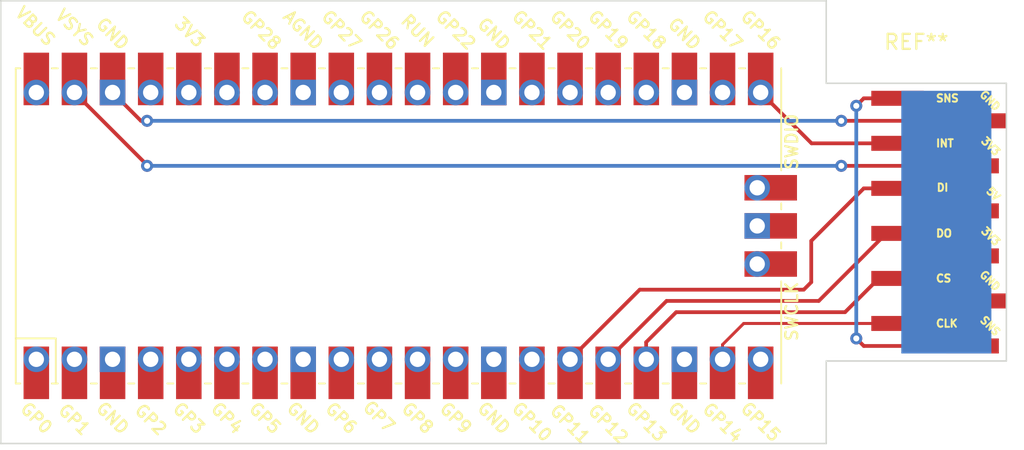
<source format=kicad_pcb>
(kicad_pcb (version 20211014) (generator pcbnew)
  (layers (0 "F.Cu" signal) (31 "B.Cu" signal) (34 "B.Paste" user) (35 "F.Paste" user) (36 "B.SilkS" user "B.Silkscreen") (37 "F.SilkS" user "F.Silkscreen") (38 "B.Mask" user) (39 "F.Mask" user) (44 "Edge.Cuts" user))
  (net 0 "")
  (footprint "MCU_RaspberryPi_and_Boards:RPi_Pico_SMD_TH" (layer "F.Cu") (at 129.5 89 90)
    (fp_text reference "REF**" hide)
    (fp_text value "RPi_Pico_SMD_TH")
    (fp_text user "AGND" (at 13.054 -6.35 135) (layer "F.SilkS") (effects (font (size 0.8 0.8))))
    (fp_text user "GP21" (at 13.054 8.9 135) (layer "F.SilkS") (effects (font (size 0.8 0.8))))
    (fp_text user "GP15" (at -13.054 24.13 135) (layer "F.SilkS") (effects (font (size 0.8 0.8))))
    (fp_text user "GP11" (at -13.2 11.43 135) (layer "F.SilkS") (effects (font (size 0.8 0.8))))
    (fp_text user "GND" (at -12.8 -19.05 135) (layer "F.SilkS") (effects (font (size 0.8 0.8))))
    (fp_text user "GND" (at 12.8 6.35 135) (layer "F.SilkS") (effects (font (size 0.8 0.8))))
    (fp_text user "GP6" (at -12.8 -3.81 135) (layer "F.SilkS") (effects (font (size 0.8 0.8))))
    (fp_text user "SWCLK" (at -5.7 26.2 90) (layer "F.SilkS") (effects (font (size 0.8 0.8))))
    (fp_text user "GND" (at -12.8 -6.35 135) (layer "F.SilkS") (effects (font (size 0.8 0.8))))
    (fp_text user "GND" (at 12.8 -19.05 135) (layer "F.SilkS") (effects (font (size 0.8 0.8))))
    (fp_text user "GP28" (at 13.054 -9.144 135) (layer "F.SilkS") (effects (font (size 0.8 0.8))))
    (fp_text user "GP18" (at 13.054 16.51 135) (layer "F.SilkS") (effects (font (size 0.8 0.8))))
    (fp_text user "GP20" (at 13.054 11.43 135) (layer "F.SilkS") (effects (font (size 0.8 0.8))))
    (fp_text user "GP16" (at 13.054 24.13 135) (layer "F.SilkS") (effects (font (size 0.8 0.8))))
    (fp_text user "GP0" (at -12.8 -24.13 135) (layer "F.SilkS") (effects (font (size 0.8 0.8))))
    (fp_text user "GP27" (at 13.054 -3.8 135) (layer "F.SilkS") (effects (font (size 0.8 0.8))))
    (fp_text user "GND" (at -12.8 19.05 135) (layer "F.SilkS") (effects (font (size 0.8 0.8))))
    (fp_text user "GP19" (at 13.054 13.97 135) (layer "F.SilkS") (effects (font (size 0.8 0.8))))
    (fp_text user "VSYS" (at 13.2 -21.59 135) (layer "F.SilkS") (effects (font (size 0.8 0.8))))
    (fp_text user "GP17" (at 13.054 21.59 135) (layer "F.SilkS") (effects (font (size 0.8 0.8))))
    (fp_text user "SWDIO" (at 5.6 26.2 90) (layer "F.SilkS") (effects (font (size 0.8 0.8))))
    (fp_text user "GP9" (at -12.8 3.81 135) (layer "F.SilkS") (effects (font (size 0.8 0.8))))
    (fp_text user "VBUS" (at 13.3 -24.2 135) (layer "F.SilkS") (effects (font (size 0.8 0.8))))
    (fp_text user "GP26" (at 13.054 -1.27 135) (layer "F.SilkS") (effects (font (size 0.8 0.8))))
    (fp_text user "GP14" (at -13.1 21.59 135) (layer "F.SilkS") (effects (font (size 0.8 0.8))))
    (fp_text user "RUN" (at 13 1.27 135) (layer "F.SilkS") (effects (font (size 0.8 0.8))))
    (fp_text user "GP3" (at -12.8 -13.97 135) (layer "F.SilkS") (effects (font (size 0.8 0.8))))
    (fp_text user "GP13" (at -13.054 16.51 135) (layer "F.SilkS") (effects (font (size 0.8 0.8))))
    (fp_text user "3V3" (at 12.9 -13.9 135) (layer "F.SilkS") (effects (font (size 0.8 0.8))))
    (fp_text user "GND" (at -12.8 6.35 135) (layer "F.SilkS") (effects (font (size 0.8 0.8))))
    (fp_text user "GND" (at 12.8 19.05 135) (layer "F.SilkS") (effects (font (size 0.8 0.8))))
    (fp_text user "GP8" (at -12.8 1.27 135) (layer "F.SilkS") (effects (font (size 0.8 0.8))))
    (fp_text user "GP12" (at -13.2 13.97 135) (layer "F.SilkS") (effects (font (size 0.8 0.8))))
    (fp_text user "GP4" (at -12.8 -11.43 135) (layer "F.SilkS") (effects (font (size 0.8 0.8))))
    (fp_text user "GP10" (at -13.054 8.89 135) (layer "F.SilkS") (effects (font (size 0.8 0.8))))
    (fp_text user "GP22" (at 13.054 3.81 135) (layer "F.SilkS") (effects (font (size 0.8 0.8))))
    (fp_text user "GP2" (at -12.9 -16.51 135) (layer "F.SilkS") (effects (font (size 0.8 0.8))))
    (fp_text user "GP5" (at -12.8 -8.89 135) (layer "F.SilkS") (effects (font (size 0.8 0.8))))
    (fp_text user "GP7" (at -12.7 -1.3 135) (layer "F.SilkS") (effects (font (size 0.8 0.8))))
    (fp_text user "GP1" (at -12.9 -21.6 135) (layer "F.SilkS") (effects (font (size 0.8 0.8))))
    (fp_line (start -10.5 -25.5) (end -10.5 -25.2) (layer "F.SilkS") (width 0.12))
    (fp_line (start 10.5 4.9) (end 10.5 5.3) (layer "F.SilkS") (width 0.12))
    (fp_line (start -10.5 15.1) (end -10.5 15.5) (layer "F.SilkS") (width 0.12))
    (fp_line (start -10.5 12.5) (end -10.5 12.9) (layer "F.SilkS") (width 0.12))
    (fp_line (start 10.5 -0.2) (end 10.5 0.2) (layer "F.SilkS") (width 0.12))
    (fp_line (start 10.5 -18) (end 10.5 -17.6) (layer "F.SilkS") (width 0.12))
    (fp_line (start 10.5 -20.5) (end 10.5 -20.1) (layer "F.SilkS") (width 0.12))
    (fp_line (start -10.5 -18) (end -10.5 -17.6) (layer "F.SilkS") (width 0.12))
    (fp_line (start -3.7 25.5) (end -10.5 25.5) (layer "F.SilkS") (width 0.12))
    (fp_line (start -10.5 4.9) (end -10.5 5.3) (layer "F.SilkS") (width 0.12))
    (fp_line (start -10.5 -15.4) (end -10.5 -15) (layer "F.SilkS") (width 0.12))
    (fp_line (start 10.5 -25.5) (end 10.5 -25.2) (layer "F.SilkS") (width 0.12))
    (fp_line (start 10.5 -12.9) (end 10.5 -12.5) (layer "F.SilkS") (width 0.12))
    (fp_line (start 1.1 25.5) (end 1.5 25.5) (layer "F.SilkS") (width 0.12))
    (fp_line (start 10.5 7.4) (end 10.5 7.8) (layer "F.SilkS") (width 0.12))
    (fp_line (start -10.5 -25.5) (end 10.5 -25.5) (layer "F.SilkS") (width 0.12))
    (fp_line (start -10.5 -10.4) (end -10.5 -10) (layer "F.SilkS") (width 0.12))
    (fp_line (start -10.5 2.3) (end -10.5 2.7) (layer "F.SilkS") (width 0.12))
    (fp_line (start -10.5 -0.2) (end -10.5 0.2) (layer "F.SilkS") (width 0.12))
    (fp_line (start -10.5 -12.9) (end -10.5 -12.5) (layer "F.SilkS") (width 0.12))
    (fp_line (start 10.5 20.1) (end 10.5 20.5) (layer "F.SilkS") (width 0.12))
    (fp_line (start 10.5 -10.4) (end 10.5 -10) (layer "F.SilkS") (width 0.12))
    (fp_line (start 10.5 -5.3) (end 10.5 -4.9) (layer "F.SilkS") (width 0.12))
    (fp_line (start 10.5 15.1) (end 10.5 15.5) (layer "F.SilkS") (width 0.12))
    (fp_line (start 10.5 22.7) (end 10.5 23.1) (layer "F.SilkS") (width 0.12))
    (fp_line (start 10.5 12.5) (end 10.5 12.9) (layer "F.SilkS") (width 0.12))
    (fp_line (start 10.5 -23.1) (end 10.5 -22.7) (layer "F.SilkS") (width 0.12))
    (fp_line (start -10.5 -2.7) (end -10.5 -2.3) (layer "F.SilkS") (width 0.12))
    (fp_line (start 10.5 -15.4) (end 10.5 -15) (layer "F.SilkS") (width 0.12))
    (fp_line (start -10.5 10) (end -10.5 10.4) (layer "F.SilkS") (width 0.12))
    (fp_line (start -10.5 -22.833) (end -7.493 -22.833) (layer "F.SilkS") (width 0.12))
    (fp_line (start 10.5 2.3) (end 10.5 2.7) (layer "F.SilkS") (width 0.12))
    (fp_line (start -10.5 20.1) (end -10.5 20.5) (layer "F.SilkS") (width 0.12))
    (fp_line (start -10.5 7.4) (end -10.5 7.8) (layer "F.SilkS") (width 0.12))
    (fp_line (start 10.5 -2.7) (end 10.5 -2.3) (layer "F.SilkS") (width 0.12))
    (fp_line (start 10.5 -7.8) (end 10.5 -7.4) (layer "F.SilkS") (width 0.12))
    (fp_line (start -10.5 -7.8) (end -10.5 -7.4) (layer "F.SilkS") (width 0.12))
    (fp_line (start -10.5 -20.5) (end -10.5 -20.1) (layer "F.SilkS") (width 0.12))
    (fp_line (start -1.5 25.5) (end -1.1 25.5) (layer "F.SilkS") (width 0.12))
    (fp_line (start -7.493 -22.833) (end -7.493 -25.5) (layer "F.SilkS") (width 0.12))
    (fp_line (start 10.5 17.6) (end 10.5 18) (layer "F.SilkS") (width 0.12))
    (fp_line (start -10.5 -5.3) (end -10.5 -4.9) (layer "F.SilkS") (width 0.12))
    (fp_line (start -10.5 -23.1) (end -10.5 -22.7) (layer "F.SilkS") (width 0.12))
    (fp_line (start 10.5 10) (end 10.5 10.4) (layer "F.SilkS") (width 0.12))
    (fp_line (start -10.5 17.6) (end -10.5 18) (layer "F.SilkS") (width 0.12))
    (fp_line (start -10.5 22.7) (end -10.5 23.1) (layer "F.SilkS") (width 0.12))
    (fp_line (start 10.5 25.5) (end 3.7 25.5) (layer "F.SilkS") (width 0.12))
    (pad "" np_thru_hole oval (at -2.725 -24 90) (size 1.8 1.8) (drill 1.8) (layers *.Cu *.Mask))
    (pad "" np_thru_hole oval (at -2.425 -20.97 90) (size 1.5 1.5) (drill 1.5) (layers *.Cu *.Mask))
    (pad "" np_thru_hole oval (at 2.725 -24 90) (size 1.8 1.8) (drill 1.8) (layers *.Cu *.Mask))
    (pad "" np_thru_hole oval (at 2.425 -20.97 90) (size 1.5 1.5) (drill 1.5) (layers *.Cu *.Mask))
    (pad "1" smd rect (at -8.89 -24.13 90) (size 3.5 1.7) (drill (offset -0.9 0)) (layers "F.Cu" "F.Mask"))
    (pad "1" thru_hole oval (at -8.89 -24.13 90) (size 1.7 1.7) (drill 1.02) (layers *.Cu *.Mask))
    (pad "2" thru_hole oval (at -8.89 -21.59 90) (size 1.7 1.7) (drill 1.02) (layers *.Cu *.Mask))
    (pad "2" smd rect (at -8.89 -21.59 90) (size 3.5 1.7) (drill (offset -0.9 0)) (layers "F.Cu" "F.Mask"))
    (pad "3" smd rect (at -8.89 -19.05 90) (size 3.5 1.7) (drill (offset -0.9 0)) (layers "F.Cu" "F.Mask"))
    (pad "3" thru_hole rect (at -8.89 -19.05 90) (size 1.7 1.7) (drill 1.02) (layers *.Cu *.Mask))
    (pad "4" thru_hole oval (at -8.89 -16.51 90) (size 1.7 1.7) (drill 1.02) (layers *.Cu *.Mask))
    (pad "4" smd rect (at -8.89 -16.51 90) (size 3.5 1.7) (drill (offset -0.9 0)) (layers "F.Cu" "F.Mask"))
    (pad "5" smd rect (at -8.89 -13.97 90) (size 3.5 1.7) (drill (offset -0.9 0)) (layers "F.Cu" "F.Mask"))
    (pad "5" thru_hole oval (at -8.89 -13.97 90) (size 1.7 1.7) (drill 1.02) (layers *.Cu *.Mask))
    (pad "6" smd rect (at -8.89 -11.43 90) (size 3.5 1.7) (drill (offset -0.9 0)) (layers "F.Cu" "F.Mask"))
    (pad "6" thru_hole oval (at -8.89 -11.43 90) (size 1.7 1.7) (drill 1.02) (layers *.Cu *.Mask))
    (pad "7" smd rect (at -8.89 -8.89 90) (size 3.5 1.7) (drill (offset -0.9 0)) (layers "F.Cu" "F.Mask"))
    (pad "7" thru_hole oval (at -8.89 -8.89 90) (size 1.7 1.7) (drill 1.02) (layers *.Cu *.Mask))
    (pad "8" thru_hole rect (at -8.89 -6.35 90) (size 1.7 1.7) (drill 1.02) (layers *.Cu *.Mask))
    (pad "8" smd rect (at -8.89 -6.35 90) (size 3.5 1.7) (drill (offset -0.9 0)) (layers "F.Cu" "F.Mask"))
    (pad "9" smd rect (at -8.89 -3.81 90) (size 3.5 1.7) (drill (offset -0.9 0)) (layers "F.Cu" "F.Mask"))
    (pad "9" thru_hole oval (at -8.89 -3.81 90) (size 1.7 1.7) (drill 1.02) (layers *.Cu *.Mask))
    (pad "10" thru_hole oval (at -8.89 -1.27 90) (size 1.7 1.7) (drill 1.02) (layers *.Cu *.Mask))
    (pad "10" smd rect (at -8.89 -1.27 90) (size 3.5 1.7) (drill (offset -0.9 0)) (layers "F.Cu" "F.Mask"))
    (pad "11" thru_hole oval (at -8.89 1.27 90) (size 1.7 1.7) (drill 1.02) (layers *.Cu *.Mask))
    (pad "11" smd rect (at -8.89 1.27 90) (size 3.5 1.7) (drill (offset -0.9 0)) (layers "F.Cu" "F.Mask"))
    (pad "12" thru_hole oval (at -8.89 3.81 90) (size 1.7 1.7) (drill 1.02) (layers *.Cu *.Mask))
    (pad "12" smd rect (at -8.89 3.81 90) (size 3.5 1.7) (drill (offset -0.9 0)) (layers "F.Cu" "F.Mask"))
    (pad "13" thru_hole rect (at -8.89 6.35 90) (size 1.7 1.7) (drill 1.02) (layers *.Cu *.Mask))
    (pad "13" smd rect (at -8.89 6.35 90) (size 3.5 1.7) (drill (offset -0.9 0)) (layers "F.Cu" "F.Mask"))
    (pad "14" smd rect (at -8.89 8.89 90) (size 3.5 1.7) (drill (offset -0.9 0)) (layers "F.Cu" "F.Mask"))
    (pad "14" thru_hole oval (at -8.89 8.89 90) (size 1.7 1.7) (drill 1.02) (layers *.Cu *.Mask))
    (pad "15" smd rect (at -8.89 11.43 90) (size 3.5 1.7) (drill (offset -0.9 0)) (layers "F.Cu" "F.Mask"))
    (pad "15" thru_hole oval (at -8.89 11.43 90) (size 1.7 1.7) (drill 1.02) (layers *.Cu *.Mask))
    (pad "16" smd rect (at -8.89 13.97 90) (size 3.5 1.7) (drill (offset -0.9 0)) (layers "F.Cu" "F.Mask"))
    (pad "16" thru_hole oval (at -8.89 13.97 90) (size 1.7 1.7) (drill 1.02) (layers *.Cu *.Mask))
    (pad "17" smd rect (at -8.89 16.51 90) (size 3.5 1.7) (drill (offset -0.9 0)) (layers "F.Cu" "F.Mask"))
    (pad "17" thru_hole oval (at -8.89 16.51 90) (size 1.7 1.7) (drill 1.02) (layers *.Cu *.Mask))
    (pad "18" smd rect (at -8.89 19.05 90) (size 3.5 1.7) (drill (offset -0.9 0)) (layers "F.Cu" "F.Mask"))
    (pad "18" thru_hole rect (at -8.89 19.05 90) (size 1.7 1.7) (drill 1.02) (layers *.Cu *.Mask))
    (pad "19" thru_hole oval (at -8.89 21.59 90) (size 1.7 1.7) (drill 1.02) (layers *.Cu *.Mask))
    (pad "19" smd rect (at -8.89 21.59 90) (size 3.5 1.7) (drill (offset -0.9 0)) (layers "F.Cu" "F.Mask"))
    (pad "20" smd rect (at -8.89 24.13 90) (size 3.5 1.7) (drill (offset -0.9 0)) (layers "F.Cu" "F.Mask"))
    (pad "20" thru_hole oval (at -8.89 24.13 90) (size 1.7 1.7) (drill 1.02) (layers *.Cu *.Mask))
    (pad "21" thru_hole oval (at 8.89 24.13 90) (size 1.7 1.7) (drill 1.02) (layers *.Cu *.Mask))
    (pad "21" smd rect (at 8.89 24.13 90) (size 3.5 1.7) (drill (offset 0.9 0)) (layers "F.Cu" "F.Mask"))
    (pad "22" smd rect (at 8.89 21.59 90) (size 3.5 1.7) (drill (offset 0.9 0)) (layers "F.Cu" "F.Mask"))
    (pad "22" thru_hole oval (at 8.89 21.59 90) (size 1.7 1.7) (drill 1.02) (layers *.Cu *.Mask))
    (pad "23" thru_hole rect (at 8.89 19.05 90) (size 1.7 1.7) (drill 1.02) (layers *.Cu *.Mask))
    (pad "23" smd rect (at 8.89 19.05 90) (size 3.5 1.7) (drill (offset 0.9 0)) (layers "F.Cu" "F.Mask"))
    (pad "24" thru_hole oval (at 8.89 16.51 90) (size 1.7 1.7) (drill 1.02) (layers *.Cu *.Mask))
    (pad "24" smd rect (at 8.89 16.51 90) (size 3.5 1.7) (drill (offset 0.9 0)) (layers "F.Cu" "F.Mask"))
    (pad "25" smd rect (at 8.89 13.97 90) (size 3.5 1.7) (drill (offset 0.9 0)) (layers "F.Cu" "F.Mask"))
    (pad "25" thru_hole oval (at 8.89 13.97 90) (size 1.7 1.7) (drill 1.02) (layers *.Cu *.Mask))
    (pad "26" smd rect (at 8.89 11.43 90) (size 3.5 1.7) (drill (offset 0.9 0)) (layers "F.Cu" "F.Mask"))
    (pad "26" thru_hole oval (at 8.89 11.43 90) (size 1.7 1.7) (drill 1.02) (layers *.Cu *.Mask))
    (pad "27" thru_hole oval (at 8.89 8.89 90) (size 1.7 1.7) (drill 1.02) (layers *.Cu *.Mask))
    (pad "27" smd rect (at 8.89 8.89 90) (size 3.5 1.7) (drill (offset 0.9 0)) (layers "F.Cu" "F.Mask"))
    (pad "28" smd rect (at 8.89 6.35 90) (size 3.5 1.7) (drill (offset 0.9 0)) (layers "F.Cu" "F.Mask"))
    (pad "28" thru_hole rect (at 8.89 6.35 90) (size 1.7 1.7) (drill 1.02) (layers *.Cu *.Mask))
    (pad "29" smd rect (at 8.89 3.81 90) (size 3.5 1.7) (drill (offset 0.9 0)) (layers "F.Cu" "F.Mask"))
    (pad "29" thru_hole oval (at 8.89 3.81 90) (size 1.7 1.7) (drill 1.02) (layers *.Cu *.Mask))
    (pad "30" thru_hole oval (at 8.89 1.27 90) (size 1.7 1.7) (drill 1.02) (layers *.Cu *.Mask))
    (pad "30" smd rect (at 8.89 1.27 90) (size 3.5 1.7) (drill (offset 0.9 0)) (layers "F.Cu" "F.Mask"))
    (pad "31" thru_hole oval (at 8.89 -1.27 90) (size 1.7 1.7) (drill 1.02) (layers *.Cu *.Mask))
    (pad "31" smd rect (at 8.89 -1.27 90) (size 3.5 1.7) (drill (offset 0.9 0)) (layers "F.Cu" "F.Mask"))
    (pad "32" thru_hole oval (at 8.89 -3.81 90) (size 1.7 1.7) (drill 1.02) (layers *.Cu *.Mask))
    (pad "32" smd rect (at 8.89 -3.81 90) (size 3.5 1.7) (drill (offset 0.9 0)) (layers "F.Cu" "F.Mask"))
    (pad "33" thru_hole rect (at 8.89 -6.35 90) (size 1.7 1.7) (drill 1.02) (layers *.Cu *.Mask))
    (pad "33" smd rect (at 8.89 -6.35 90) (size 3.5 1.7) (drill (offset 0.9 0)) (layers "F.Cu" "F.Mask"))
    (pad "34" smd rect (at 8.89 -8.89 90) (size 3.5 1.7) (drill (offset 0.9 0)) (layers "F.Cu" "F.Mask"))
    (pad "34" thru_hole oval (at 8.89 -8.89 90) (size 1.7 1.7) (drill 1.02) (layers *.Cu *.Mask))
    (pad "35" thru_hole oval (at 8.89 -11.43 90) (size 1.7 1.7) (drill 1.02) (layers *.Cu *.Mask))
    (pad "35" smd rect (at 8.89 -11.43 90) (size 3.5 1.7) (drill (offset 0.9 0)) (layers "F.Cu" "F.Mask"))
    (pad "36" thru_hole oval (at 8.89 -13.97 90) (size 1.7 1.7) (drill 1.02) (layers *.Cu *.Mask))
    (pad "36" smd rect (at 8.89 -13.97 90) (size 3.5 1.7) (drill (offset 0.9 0)) (layers "F.Cu" "F.Mask"))
    (pad "37" thru_hole oval (at 8.89 -16.51 90) (size 1.7 1.7) (drill 1.02) (layers *.Cu *.Mask))
    (pad "37" smd rect (at 8.89 -16.51 90) (size 3.5 1.7) (drill (offset 0.9 0)) (layers "F.Cu" "F.Mask"))
    (pad "38" thru_hole rect (at 8.89 -19.05 90) (size 1.7 1.7) (drill 1.02) (layers *.Cu *.Mask))
    (pad "38" smd rect (at 8.89 -19.05 90) (size 3.5 1.7) (drill (offset 0.9 0)) (layers "F.Cu" "F.Mask"))
    (pad "39" thru_hole oval (at 8.89 -21.59 90) (size 1.7 1.7) (drill 1.02) (layers *.Cu *.Mask))
    (pad "39" smd rect (at 8.89 -21.59 90) (size 3.5 1.7) (drill (offset 0.9 0)) (layers "F.Cu" "F.Mask"))
    (pad "40" thru_hole oval (at 8.89 -24.13 90) (size 1.7 1.7) (drill 1.02) (layers *.Cu *.Mask))
    (pad "40" smd rect (at 8.89 -24.13 90) (size 3.5 1.7) (drill (offset 0.9 0)) (layers "F.Cu" "F.Mask"))
    (pad "41" smd rect (at -2.54 23.9 180) (size 3.5 1.7) (drill (offset -0.9 0)) (layers "F.Cu" "F.Mask"))
    (pad "41" thru_hole oval (at -2.54 23.9 90) (size 1.7 1.7) (drill 1.02) (layers *.Cu *.Mask))
    (pad "42" thru_hole rect (at 0 23.9 90) (size 1.7 1.7) (drill 1.02) (layers *.Cu *.Mask))
    (pad "42" smd rect (at 0 23.9 180) (size 3.5 1.7) (drill (offset -0.9 0)) (layers "F.Cu" "F.Mask"))
    (pad "43" thru_hole oval (at 2.54 23.9 90) (size 1.7 1.7) (drill 1.02) (layers *.Cu *.Mask))
    (pad "43" smd rect (at 2.54 23.9 180) (size 3.5 1.7) (drill (offset -0.9 0)) (layers "F.Cu" "F.Mask"))
  )
  (footprint "GCN:Memory_Card_Edge" (layer "F.Cu") (at 164 88.75)
    (fp_text reference "REF**" (at 0 -12 unlocked) (layer "F.SilkS"))
    (fp_text value "Memory_Card_Edge")
    (fp_text user "GND" (at 5.5 4.5 -45 unlocked) (layer "F.SilkS") (effects (font (size 0.5 0.5) (thickness 0.125)) (justify right)))
    (fp_text user "3V3" (at 5.5 1.5 -45 unlocked) (layer "F.SilkS") (effects (font (size 0.5 0.5) (thickness 0.125)) (justify right)))
    (fp_text user "INT" (at 1.25 -5.25 unlocked) (layer "F.SilkS") (effects (font (size 0.5 0.5) (thickness 0.125)) (justify left)))
    (fp_text user "3V3" (at 5.5 -4.5 -45 unlocked) (layer "F.SilkS") (effects (font (size 0.5 0.5) (thickness 0.125)) (justify right)))
    (fp_text user "DI" (at 1.296442 -2.302416 unlocked) (layer "F.SilkS") (effects (font (size 0.5 0.5) (thickness 0.125)) (justify left)))
    (fp_text user "CLK" (at 1.25 6.75 unlocked) (layer "F.SilkS") (effects (font (size 0.5 0.5) (thickness 0.125)) (justify left)))
    (fp_text user "DO" (at 1.25 0.75 unlocked) (layer "F.SilkS") (effects (font (size 0.5 0.5) (thickness 0.125)) (justify left)))
    (fp_text user "SNS" (at 5.5 7.5 -45 unlocked) (layer "F.SilkS") (effects (font (size 0.5 0.5) (thickness 0.125)) (justify right)))
    (fp_text user "5V" (at 5.5 -1.5 -45 unlocked) (layer "F.SilkS") (effects (font (size 0.5 0.5) (thickness 0.125)) (justify right)))
    (fp_text user "GND" (at 5.5 -7.5 -45 unlocked) (layer "F.SilkS") (effects (font (size 0.5 0.5) (thickness 0.125)) (justify right)))
    (fp_text user "SNS" (at 1.25 -8.25 unlocked) (layer "F.SilkS") (effects (font (size 0.5 0.5) (thickness 0.125)) (justify left)))
    (fp_text user "CS" (at 1.25 3.75 unlocked) (layer "F.SilkS") (effects (font (size 0.5 0.5) (thickness 0.125)) (justify left)))
    (pad "" connect rect (at 2 0) (size 6 17.5) (layers "B.Cu" "B.Mask"))
    (pad "1" connect rect (at -1.25 -8.25) (size 3.5 1) (layers "F.Cu" "F.Mask"))
    (pad "2" connect rect (at 4 -6.75) (size 4 1) (layers "F.Cu" "F.Mask"))
    (pad "3" connect rect (at -1 -5.25) (size 4 1) (layers "F.Cu" "F.Mask"))
    (pad "4" connect rect (at 3.75 -3.75) (size 3.5 1) (layers "F.Cu" "F.Mask"))
    (pad "5" connect rect (at -1 -2.25) (size 4 1) (layers "F.Cu" "F.Mask"))
    (pad "6" connect rect (at 3.75 -0.75) (size 3.5 1) (layers "F.Cu" "F.Mask"))
    (pad "7" connect rect (at -1 0.75) (size 4 1) (layers "F.Cu" "F.Mask"))
    (pad "8" connect rect (at 3.75 2.25) (size 3.5 1) (layers "F.Cu" "F.Mask"))
    (pad "9" connect rect (at -1 3.75) (size 4 1) (layers "F.Cu" "F.Mask"))
    (pad "10" connect rect (at 4 5.25) (size 4 1) (layers "F.Cu" "F.Mask"))
    (pad "11" connect rect (at -1 6.75) (size 4 1) (layers "F.Cu" "F.Mask"))
    (pad "12" connect rect (at 3.75 8.25) (size 3.5 1) (layers "F.Cu" "F.Mask"))
  )
  (gr_line (start 158 103.5) (end 103 103.5) (layer "Edge.Cuts") (width 0.1))
  (gr_line (start 158 74) (end 103 74) (layer "Edge.Cuts") (width 0.1))
  (gr_line (start 158 98) (end 158 103.5) (layer "Edge.Cuts") (width 0.1))
  (gr_line (start 170 79.5) (end 158 79.5) (layer "Edge.Cuts") (width 0.1))
  (gr_line (start 170 98) (end 158 98) (layer "Edge.Cuts") (width 0.1))
  (gr_line (start 103 103.5) (end 103 74) (layer "Edge.Cuts") (width 0.1))
  (gr_line (start 158 79.5) (end 158 74) (layer "Edge.Cuts") (width 0.1))
  (gr_line (start 170 79.5) (end 170 98) (layer "Edge.Cuts") (width 0.1))
  (segment (start 112.75 82) (end 112.34 82) (width 0.25) (layer "F.Cu") (net 0))
  (segment (start 157 90) (end 157 92.75) (width 0.25) (layer "F.Cu") (net 0))
  (segment (start 112.75 84.95) (end 107.91 80.11) (width 0.25) (layer "F.Cu") (net 0))
  (segment (start 163 92.5) (end 161.5 92.5) (width 0.25) (layer "F.Cu") (net 0))
  (segment (start 146 96.75) (end 146 97.88) (width 0.25) (layer "F.Cu") (net 0))
  (segment (start 167.75 85) (end 159 85) (width 0.25) (layer "F.Cu") (net 0))
  (segment (start 163 86.5) (end 160.5 86.5) (width 0.25) (layer "F.Cu") (net 0))
  (segment (start 151.09 97.89) (end 151.09 96.91) (width 0.2) (layer "F.Cu") (net 0))
  (segment (start 157.02 83.5) (end 153.63 80.11) (width 0.25) (layer "F.Cu") (net 0))
  (segment (start 163 89.5) (end 161.5 89.5) (width 0.25) (layer "F.Cu") (net 0))
  (segment (start 160 96.5) (end 160.5 97) (width 0.25) (layer "F.Cu") (net 0))
  (segment (start 145.57 93.25) (end 140.93 97.89) (width 0.25) (layer "F.Cu") (net 0))
  (segment (start 161.5 92.5) (end 159.25 94.75) (width 0.25) (layer "F.Cu") (net 0))
  (segment (start 148 94.75) (end 146 96.75) (width 0.25) (layer "F.Cu") (net 0))
  (segment (start 156.5 93.25) (end 145.57 93.25) (width 0.25) (layer "F.Cu") (net 0))
  (segment (start 160 81) (end 160.5 80.5) (width 0.25) (layer "F.Cu") (net 0))
  (segment (start 112.75 85) (end 112.75 84.95) (width 0.25) (layer "F.Cu") (net 0))
  (segment (start 163 89.5) (end 162 89.5) (width 0.25) (layer "F.Cu") (net 0))
  (segment (start 168 82) (end 159 82) (width 0.25) (layer "F.Cu") (net 0))
  (segment (start 167.75 97) (end 160.5 97) (width 0.25) (layer "F.Cu") (net 0))
  (segment (start 160.5 80.5) (end 162.75 80.5) (width 0.25) (layer "F.Cu") (net 0))
  (segment (start 159.25 94.75) (end 148 94.75) (width 0.25) (layer "F.Cu") (net 0))
  (segment (start 162 89.5) (end 157.5 94) (width 0.25) (layer "F.Cu") (net 0))
  (segment (start 152.5 95.5) (end 163 95.5) (width 0.2) (layer "F.Cu") (net 0))
  (segment (start 147.36 94) (end 143.47 97.89) (width 0.25) (layer "F.Cu") (net 0))
  (segment (start 157 92.75) (end 156.5 93.25) (width 0.25) (layer "F.Cu") (net 0))
  (segment (start 151.09 96.91) (end 152.5 95.5) (width 0.2) (layer "F.Cu") (net 0))
  (segment (start 163 83.5) (end 157.02 83.5) (width 0.25) (layer "F.Cu") (net 0))
  (segment (start 146 97.88) (end 146.01 97.89) (width 0.25) (layer "F.Cu") (net 0))
  (segment (start 112.34 82) (end 110.45 80.11) (width 0.25) (layer "F.Cu") (net 0))
  (segment (start 160.5 86.5) (end 157 90) (width 0.25) (layer "F.Cu") (net 0))
  (segment (start 157.5 94) (end 147.36 94) (width 0.25) (layer "F.Cu") (net 0))
  (via blind (at 112.75 85) (size 0.8) (drill 0.4) (layers "F.Cu" "B.Cu") (net 0))
  (via blind (at 159 82) (size 0.8) (drill 0.4) (layers "F.Cu" "B.Cu") (net 0))
  (via blind (at 160 96.5) (size 0.8) (drill 0.4) (layers "F.Cu" "B.Cu") (net 0))
  (via blind (at 160 81) (size 0.8) (drill 0.4) (layers "F.Cu" "B.Cu") (net 0))
  (via blind (at 112.75 82) (size 0.8) (drill 0.4) (layers "F.Cu" "B.Cu") (net 0))
  (via blind (at 159 85) (size 0.8) (drill 0.4) (layers "F.Cu" "B.Cu") (net 0))
  (segment (start 159 82) (end 112.75 82) (width 0.25) (layer "B.Cu") (net 0))
  (segment (start 159 85) (end 112.75 85) (width 0.25) (layer "B.Cu") (net 0))
  (segment (start 160 81) (end 160 96.5) (width 0.25) (layer "B.Cu") (net 0))
)
</source>
